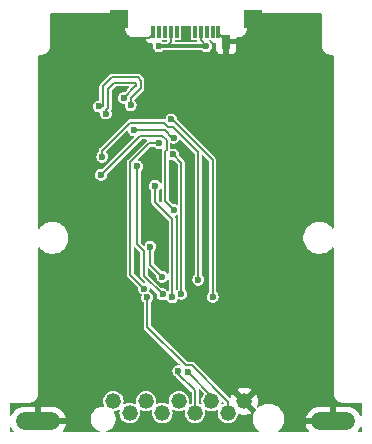
<source format=gbr>
%TF.GenerationSoftware,KiCad,Pcbnew,8.0.3*%
%TF.CreationDate,2024-07-15T16:50:19+10:00*%
%TF.ProjectId,DB9 Serial Expansion Card Rev2,44423920-5365-4726-9961-6c2045787061,rev?*%
%TF.SameCoordinates,Original*%
%TF.FileFunction,Copper,L2,Bot*%
%TF.FilePolarity,Positive*%
%FSLAX46Y46*%
G04 Gerber Fmt 4.6, Leading zero omitted, Abs format (unit mm)*
G04 Created by KiCad (PCBNEW 8.0.3) date 2024-07-15 16:50:19*
%MOMM*%
%LPD*%
G01*
G04 APERTURE LIST*
%TA.AperFunction,ComponentPad*%
%ADD10C,1.320800*%
%TD*%
%TA.AperFunction,ComponentPad*%
%ADD11O,3.750000X1.500000*%
%TD*%
%TA.AperFunction,SMDPad,CuDef*%
%ADD12R,0.300000X1.000000*%
%TD*%
%TA.AperFunction,SMDPad,CuDef*%
%ADD13R,0.700000X1.150000*%
%TD*%
%TA.AperFunction,SMDPad,CuDef*%
%ADD14R,1.500000X1.500000*%
%TD*%
%TA.AperFunction,ViaPad*%
%ADD15C,0.600000*%
%TD*%
%TA.AperFunction,Conductor*%
%ADD16C,0.127000*%
%TD*%
%TA.AperFunction,Conductor*%
%ADD17C,0.200000*%
%TD*%
%TA.AperFunction,Conductor*%
%ADD18C,0.300000*%
%TD*%
G04 APERTURE END LIST*
D10*
%TO.P,J1,1,1*%
%TO.N,DCD*%
X226490001Y-105542999D03*
%TO.P,J1,2,2*%
%TO.N,RXD*%
X229260000Y-105542999D03*
%TO.P,J1,3,3*%
%TO.N,TXD*%
X232030000Y-105542999D03*
%TO.P,J1,4,4*%
%TO.N,DTR*%
X234800000Y-105542999D03*
%TO.P,J1,5,5*%
%TO.N,Earth*%
X237569999Y-105542999D03*
%TO.P,J1,6,6*%
%TO.N,DSR*%
X227875002Y-106543000D03*
%TO.P,J1,7,7*%
%TO.N,RTS*%
X230645001Y-106543000D03*
%TO.P,J1,8,8*%
%TO.N,CTS*%
X233415001Y-106543000D03*
%TO.P,J1,9,9*%
%TO.N,RI*%
X236185001Y-106543000D03*
D11*
%TO.P,J1,10,5*%
%TO.N,Earth*%
X245125000Y-107243000D03*
%TO.P,J1,11,5*%
X220135000Y-107243000D03*
%TD*%
D12*
%TO.P,P1,B1,GND*%
%TO.N,Earth*%
X235390000Y-74250000D03*
%TO.P,P1,B2*%
%TO.N,N/C*%
X234890000Y-74250000D03*
%TO.P,P1,B3*%
X234390000Y-74250000D03*
%TO.P,P1,B4,VBUS*%
%TO.N,VCC*%
X233890000Y-74250000D03*
%TO.P,P1,B5,VCONN*%
%TO.N,unconnected-(P1-VCONN-PadB5)*%
X233390000Y-74250000D03*
%TO.P,P1,B8*%
%TO.N,N/C*%
X231890000Y-74250000D03*
%TO.P,P1,B9,VBUS*%
%TO.N,VCC*%
X231390000Y-74250000D03*
%TO.P,P1,B10*%
%TO.N,N/C*%
X230890000Y-74250000D03*
%TO.P,P1,B11*%
X230390000Y-74250000D03*
%TO.P,P1,B12,GND*%
%TO.N,Earth*%
X229890000Y-74250000D03*
D13*
%TO.P,P1,S1,SHIELD*%
X236060000Y-75090000D03*
%TD*%
D14*
%TO.P,TP4,1*%
%TO.N,Earth*%
X238340000Y-73210000D03*
%TD*%
%TO.P,TP2,1*%
%TO.N,Earth*%
X226940000Y-73210000D03*
%TD*%
D15*
%TO.N,Earth*%
X228092000Y-102362000D03*
X222758000Y-106172000D03*
X226822000Y-86360000D03*
%TO.N,VCC*%
X230632000Y-94996000D03*
X230330000Y-75480000D03*
X229616000Y-92456000D03*
X234375000Y-75485000D03*
%TO.N,/D+*%
X227960521Y-80470521D03*
X225263628Y-80584455D03*
%TO.N,/D-*%
X227359479Y-79869479D03*
X225864670Y-81185497D03*
%TO.N,SLEEP#*%
X233680000Y-95250000D03*
X225552000Y-84836000D03*
%TO.N,USB_~{DSR}*%
X228210000Y-82590000D03*
X231586025Y-83223976D03*
%TO.N,CTS*%
X232000000Y-102990000D03*
%TO.N,USB_~{CTS}*%
X234900000Y-96710000D03*
X231404738Y-81685000D03*
%TO.N,USB_~{DTR}*%
X230020000Y-87310000D03*
X231465009Y-96750824D03*
%TO.N,DTR*%
X232805380Y-103104620D03*
%TO.N,USB_~{RI}*%
X229060000Y-96000000D03*
X230362299Y-83720000D03*
%TO.N,USB_RXD*%
X232260000Y-96450000D03*
X231530799Y-84653676D03*
%TO.N,USB_~{RTS}*%
X230654998Y-96493171D03*
X228509197Y-85655000D03*
%TO.N,USB_TXD*%
X231610000Y-89340000D03*
X225450000Y-86380000D03*
%TO.N,RI*%
X229354998Y-96754485D03*
%TD*%
D16*
%TO.N,Earth*%
X226940000Y-73210000D02*
X226940000Y-74087000D01*
X236060000Y-75076909D02*
X235311545Y-74328454D01*
X226940000Y-74087000D02*
X227626500Y-74773500D01*
X236060000Y-75090000D02*
X236060000Y-75076909D01*
X229523409Y-74773500D02*
X229968455Y-74328454D01*
X227626500Y-74773500D02*
X229523409Y-74773500D01*
D17*
%TO.N,VCC*%
X231390000Y-75100000D02*
X231390000Y-74250000D01*
X234375000Y-75485000D02*
X233890000Y-75000000D01*
X230330000Y-75480000D02*
X231010000Y-75480000D01*
X233890000Y-75000000D02*
X233890000Y-74250000D01*
D18*
X230330000Y-75480000D02*
X234370000Y-75480000D01*
X234370000Y-75480000D02*
X234375000Y-75485000D01*
D17*
X229616000Y-93980000D02*
X229616000Y-92456000D01*
X230632000Y-94996000D02*
X229616000Y-93980000D01*
X231010000Y-75480000D02*
X231390000Y-75100000D01*
%TO.N,/D+*%
X228525355Y-79340000D02*
X228525357Y-79340000D01*
X228525357Y-79340000D02*
X228825000Y-79040357D01*
X225615000Y-78896800D02*
X225615000Y-80515926D01*
X227960521Y-80470521D02*
X227960521Y-79904834D01*
X226396800Y-78115000D02*
X225615000Y-78896800D01*
X228543200Y-78115000D02*
X226396800Y-78115000D01*
X228825000Y-78396800D02*
X228543200Y-78115000D01*
X225546471Y-80584455D02*
X225263628Y-80584455D01*
X225615000Y-80515926D02*
X225546471Y-80584455D01*
X227960521Y-79904834D02*
X228525355Y-79340000D01*
X228825000Y-79040357D02*
X228825000Y-78396800D01*
%TO.N,/D-*%
X225864670Y-80902654D02*
X225864670Y-81185497D01*
X228356800Y-78565000D02*
X226583200Y-78565000D01*
X226583200Y-78565000D02*
X226065000Y-79083200D01*
X228338958Y-78890000D02*
X228338958Y-78889999D01*
X228338958Y-78889999D02*
X228375000Y-78853957D01*
X228375000Y-78583200D02*
X228356800Y-78565000D01*
X226065000Y-80702324D02*
X225864670Y-80902654D01*
X226065000Y-79083200D02*
X226065000Y-80702324D01*
X228375000Y-78853957D02*
X228375000Y-78583200D01*
X227359479Y-79869479D02*
X228338958Y-78890000D01*
%TO.N,SLEEP#*%
X233680000Y-84465686D02*
X231549314Y-82335000D01*
X230790499Y-81990000D02*
X227890000Y-81990000D01*
X231549314Y-82335000D02*
X231135499Y-82335000D01*
X225552000Y-84328000D02*
X225552000Y-84836000D01*
X231135499Y-82335000D02*
X230790499Y-81990000D01*
X227890000Y-81990000D02*
X225552000Y-84328000D01*
X233680000Y-95250000D02*
X233680000Y-84465686D01*
%TO.N,USB_~{DSR}*%
X230824813Y-82590000D02*
X231458789Y-83223976D01*
X228210000Y-82590000D02*
X230824813Y-82590000D01*
X231458789Y-83223976D02*
X231586025Y-83223976D01*
%TO.N,CTS*%
X232000000Y-103218479D02*
X232000000Y-102990000D01*
X233415001Y-104633480D02*
X232000000Y-103218479D01*
X233415001Y-106543000D02*
X233415001Y-104633480D01*
%TO.N,USB_~{CTS}*%
X234900000Y-85120000D02*
X231465000Y-81685000D01*
X234900000Y-96710000D02*
X234900000Y-85120000D01*
X231465000Y-81685000D02*
X231404738Y-81685000D01*
%TO.N,USB_~{DTR}*%
X231465009Y-90114248D02*
X231465009Y-96750824D01*
X230020000Y-87310000D02*
X230020000Y-88669239D01*
X230020000Y-88669239D02*
X231465009Y-90114248D01*
%TO.N,DTR*%
X234800000Y-105099240D02*
X232805380Y-103104620D01*
X234800000Y-105542999D02*
X234800000Y-105099240D01*
%TO.N,USB_~{RI}*%
X229060000Y-96000000D02*
X227909197Y-94849197D01*
X227909197Y-85322333D02*
X229511530Y-83720000D01*
X227909197Y-94849197D02*
X227909197Y-85322333D01*
X229511530Y-83720000D02*
X230362299Y-83720000D01*
%TO.N,USB_RXD*%
X232260000Y-96450000D02*
X232260000Y-85382877D01*
X232260000Y-85382877D02*
X231530799Y-84653676D01*
%TO.N,USB_~{RTS}*%
X229085380Y-92844619D02*
X228509197Y-92268436D01*
X230654998Y-96493171D02*
X229085380Y-94923553D01*
X228509197Y-92268436D02*
X228509197Y-85655000D01*
X229085380Y-94923553D02*
X229085380Y-92844619D01*
%TO.N,USB_TXD*%
X230880799Y-88610799D02*
X231610000Y-89340000D01*
X225450000Y-86380000D02*
X228760000Y-83070000D01*
X231010499Y-83448961D02*
X231010499Y-84254737D01*
X230631538Y-83070000D02*
X231010499Y-83448961D01*
X231010499Y-84254737D02*
X230880799Y-84384437D01*
X230880799Y-84384437D02*
X230880799Y-88610799D01*
X228760000Y-83070000D02*
X230631538Y-83070000D01*
%TO.N,RI*%
X232634620Y-102504620D02*
X229354998Y-99224998D01*
X236185001Y-106543000D02*
X236185001Y-105569789D01*
X233119832Y-102504620D02*
X232634620Y-102504620D01*
X236185001Y-105569789D02*
X233119832Y-102504620D01*
X229354998Y-99224998D02*
X229354998Y-96754485D01*
%TD*%
%TA.AperFunction,Conductor*%
%TO.N,Earth*%
G36*
X227421194Y-72728806D02*
G01*
X227439500Y-72773000D01*
X227439500Y-73988842D01*
X227470262Y-74143495D01*
X227530606Y-74289180D01*
X227618210Y-74420288D01*
X227729711Y-74531789D01*
X227860819Y-74619393D01*
X227860820Y-74619393D01*
X227860821Y-74619394D01*
X228006503Y-74679737D01*
X228161158Y-74710500D01*
X229177500Y-74710500D01*
X229221694Y-74728806D01*
X229240000Y-74773000D01*
X229240000Y-74797835D01*
X229246402Y-74857377D01*
X229296647Y-74992091D01*
X229296649Y-74992094D01*
X229382808Y-75107186D01*
X229382813Y-75107191D01*
X229497905Y-75193350D01*
X229497908Y-75193352D01*
X229632622Y-75243597D01*
X229692164Y-75249999D01*
X229692178Y-75250000D01*
X229787563Y-75250000D01*
X229831757Y-75268306D01*
X229850063Y-75312500D01*
X229845579Y-75333104D01*
X229846094Y-75333256D01*
X229844834Y-75337544D01*
X229824353Y-75480000D01*
X229844834Y-75622455D01*
X229904623Y-75753372D01*
X229904623Y-75753374D01*
X229998871Y-75862142D01*
X229998872Y-75862143D01*
X230119947Y-75939953D01*
X230119949Y-75939953D01*
X230119950Y-75939954D01*
X230258036Y-75980499D01*
X230258038Y-75980500D01*
X230258039Y-75980500D01*
X230401962Y-75980500D01*
X230401962Y-75980499D01*
X230540053Y-75939953D01*
X230661128Y-75862143D01*
X230661129Y-75862142D01*
X230669857Y-75852070D01*
X230712633Y-75830659D01*
X230717090Y-75830500D01*
X233983578Y-75830500D01*
X234027772Y-75848806D01*
X234030812Y-75852071D01*
X234039540Y-75862144D01*
X234043872Y-75867143D01*
X234164947Y-75944953D01*
X234286010Y-75980500D01*
X234303036Y-75985499D01*
X234303038Y-75985500D01*
X234303039Y-75985500D01*
X234446962Y-75985500D01*
X234446962Y-75985499D01*
X234585053Y-75944953D01*
X234706128Y-75867143D01*
X234800377Y-75758373D01*
X234860165Y-75627457D01*
X234880647Y-75485000D01*
X234860165Y-75342543D01*
X234800377Y-75211627D01*
X234800376Y-75211625D01*
X234706126Y-75102855D01*
X234650333Y-75067000D01*
X234633693Y-75056306D01*
X234606411Y-75017014D01*
X234614904Y-74969939D01*
X234654197Y-74942656D01*
X234679676Y-74942429D01*
X234683097Y-74943109D01*
X234720252Y-74950500D01*
X234737741Y-74950500D01*
X234781935Y-74968806D01*
X234794409Y-74988216D01*
X234794504Y-74988165D01*
X234795229Y-74989493D01*
X234796301Y-74991161D01*
X234796646Y-74992087D01*
X234882813Y-75107191D01*
X234997905Y-75193350D01*
X234997908Y-75193352D01*
X235132622Y-75243597D01*
X235154180Y-75245915D01*
X235196164Y-75268839D01*
X235210000Y-75308057D01*
X235210000Y-75712835D01*
X235216402Y-75772377D01*
X235266647Y-75907091D01*
X235266649Y-75907094D01*
X235352808Y-76022186D01*
X235352813Y-76022191D01*
X235467905Y-76108350D01*
X235467908Y-76108352D01*
X235602622Y-76158597D01*
X235662164Y-76164999D01*
X235662178Y-76165000D01*
X235810000Y-76165000D01*
X236310000Y-76165000D01*
X236457822Y-76165000D01*
X236457835Y-76164999D01*
X236517377Y-76158597D01*
X236652091Y-76108352D01*
X236652094Y-76108350D01*
X236767186Y-76022191D01*
X236767191Y-76022186D01*
X236853350Y-75907094D01*
X236853352Y-75907091D01*
X236903597Y-75772377D01*
X236909999Y-75712835D01*
X236910000Y-75712822D01*
X236910000Y-75340000D01*
X236310000Y-75340000D01*
X236310000Y-76165000D01*
X235810000Y-76165000D01*
X235810000Y-74902500D01*
X235828306Y-74858306D01*
X235872500Y-74840000D01*
X236910000Y-74840000D01*
X236910000Y-74773000D01*
X236928306Y-74728806D01*
X236972500Y-74710500D01*
X237118842Y-74710500D01*
X237273497Y-74679737D01*
X237419179Y-74619394D01*
X237550289Y-74531789D01*
X237661789Y-74420289D01*
X237749394Y-74289179D01*
X237809737Y-74143497D01*
X237840500Y-73988842D01*
X237840500Y-73910000D01*
X237840500Y-73844108D01*
X237840500Y-72773000D01*
X237858806Y-72728806D01*
X237903000Y-72710500D01*
X244077000Y-72710500D01*
X244121194Y-72728806D01*
X244139500Y-72773000D01*
X244139500Y-75488842D01*
X244170262Y-75643495D01*
X244230606Y-75789180D01*
X244318210Y-75920288D01*
X244429711Y-76031789D01*
X244560819Y-76119393D01*
X244560820Y-76119393D01*
X244560821Y-76119394D01*
X244706503Y-76179737D01*
X244861158Y-76210500D01*
X244874108Y-76210500D01*
X245077000Y-76210500D01*
X245121194Y-76228806D01*
X245139500Y-76273000D01*
X245139500Y-90871007D01*
X245121194Y-90915201D01*
X245077000Y-90933507D01*
X245032806Y-90915201D01*
X245026441Y-90907750D01*
X244970104Y-90830208D01*
X244970099Y-90830203D01*
X244970097Y-90830200D01*
X244819794Y-90679897D01*
X244647817Y-90554949D01*
X244458418Y-90458446D01*
X244458410Y-90458442D01*
X244256241Y-90392753D01*
X244046300Y-90359501D01*
X244046288Y-90359500D01*
X244046287Y-90359500D01*
X243833713Y-90359500D01*
X243833711Y-90359500D01*
X243833699Y-90359501D01*
X243623759Y-90392753D01*
X243623758Y-90392753D01*
X243421589Y-90458442D01*
X243421581Y-90458446D01*
X243232182Y-90554949D01*
X243060205Y-90679897D01*
X242909897Y-90830205D01*
X242784949Y-91002182D01*
X242688446Y-91191581D01*
X242688442Y-91191589D01*
X242622753Y-91393758D01*
X242622753Y-91393759D01*
X242589501Y-91603699D01*
X242589500Y-91603715D01*
X242589500Y-91816284D01*
X242589501Y-91816300D01*
X242622753Y-92026240D01*
X242622753Y-92026241D01*
X242688442Y-92228410D01*
X242688446Y-92228418D01*
X242784949Y-92417817D01*
X242909897Y-92589794D01*
X243060205Y-92740102D01*
X243232182Y-92865050D01*
X243232184Y-92865051D01*
X243421588Y-92961557D01*
X243623757Y-93027246D01*
X243712244Y-93041261D01*
X243833699Y-93060498D01*
X243833705Y-93060498D01*
X243833713Y-93060500D01*
X243833715Y-93060500D01*
X244046285Y-93060500D01*
X244046287Y-93060500D01*
X244256243Y-93027246D01*
X244458412Y-92961557D01*
X244647816Y-92865051D01*
X244819792Y-92740104D01*
X244970104Y-92589792D01*
X245026437Y-92512255D01*
X245067222Y-92487262D01*
X245113736Y-92498428D01*
X245138730Y-92539214D01*
X245139500Y-92548992D01*
X245139500Y-104948842D01*
X245170262Y-105103495D01*
X245230606Y-105249180D01*
X245318210Y-105380288D01*
X245429711Y-105491789D01*
X245560819Y-105579393D01*
X245560820Y-105579393D01*
X245560821Y-105579394D01*
X245706503Y-105639737D01*
X245861158Y-105670500D01*
X245874108Y-105670500D01*
X247472000Y-105670500D01*
X247516194Y-105688806D01*
X247534500Y-105733000D01*
X247534500Y-106756592D01*
X247516194Y-106800786D01*
X247472000Y-106819092D01*
X247427806Y-106800786D01*
X247412559Y-106775906D01*
X247408420Y-106763168D01*
X247408416Y-106763160D01*
X247319094Y-106587854D01*
X247203446Y-106428680D01*
X247203439Y-106428672D01*
X247064327Y-106289560D01*
X247064319Y-106289553D01*
X246905145Y-106173905D01*
X246729839Y-106084583D01*
X246729831Y-106084579D01*
X246542707Y-106023778D01*
X246348390Y-105993001D01*
X246348375Y-105993000D01*
X245375000Y-105993000D01*
X245375000Y-106743000D01*
X244875000Y-106743000D01*
X244875000Y-105993000D01*
X243901625Y-105993000D01*
X243901609Y-105993001D01*
X243707293Y-106023778D01*
X243707292Y-106023778D01*
X243520168Y-106084579D01*
X243520160Y-106084583D01*
X243344854Y-106173905D01*
X243185680Y-106289553D01*
X243185672Y-106289560D01*
X243046560Y-106428672D01*
X243046553Y-106428680D01*
X242930905Y-106587854D01*
X242841583Y-106763160D01*
X242841579Y-106763168D01*
X242780780Y-106950287D01*
X242780778Y-106950296D01*
X242774014Y-106992999D01*
X242774015Y-106993000D01*
X243566988Y-106993000D01*
X243534075Y-107050007D01*
X243500000Y-107177174D01*
X243500000Y-107308826D01*
X243534075Y-107435993D01*
X243566988Y-107493000D01*
X242774014Y-107493000D01*
X242780778Y-107535703D01*
X242780780Y-107535712D01*
X242841579Y-107722831D01*
X242841583Y-107722839D01*
X242930905Y-107898145D01*
X243046553Y-108057319D01*
X243046560Y-108057327D01*
X243052071Y-108062838D01*
X243070377Y-108107032D01*
X243052071Y-108151226D01*
X243007877Y-108169532D01*
X240491327Y-108169532D01*
X240447133Y-108151226D01*
X240428827Y-108107032D01*
X240447133Y-108062838D01*
X240454590Y-108056469D01*
X240464471Y-108049290D01*
X240479882Y-108038093D01*
X240625085Y-107892890D01*
X240745786Y-107726759D01*
X240839012Y-107543793D01*
X240902468Y-107348495D01*
X240934592Y-107145674D01*
X240934592Y-106940326D01*
X240902468Y-106737505D01*
X240839012Y-106542207D01*
X240745786Y-106359241D01*
X240625085Y-106193110D01*
X240625080Y-106193105D01*
X240625078Y-106193102D01*
X240479889Y-106047913D01*
X240479885Y-106047910D01*
X240479882Y-106047907D01*
X240313751Y-105927206D01*
X240302953Y-105921704D01*
X240130786Y-105833980D01*
X240130783Y-105833979D01*
X239935485Y-105770523D01*
X239732679Y-105738401D01*
X239732667Y-105738400D01*
X239732666Y-105738400D01*
X239527318Y-105738400D01*
X239527316Y-105738400D01*
X239527304Y-105738401D01*
X239324499Y-105770523D01*
X239324498Y-105770523D01*
X239129200Y-105833979D01*
X239129197Y-105833980D01*
X238946232Y-105927206D01*
X238868025Y-105984027D01*
X238780102Y-106047907D01*
X238780100Y-106047908D01*
X238780097Y-106047911D01*
X238721947Y-106106061D01*
X238677752Y-106124366D01*
X238633558Y-106106060D01*
X238615253Y-106061865D01*
X238621805Y-106034007D01*
X238656674Y-105963980D01*
X238715526Y-105757139D01*
X238715528Y-105757127D01*
X238735370Y-105543003D01*
X238735370Y-105542994D01*
X238715528Y-105328870D01*
X238715526Y-105328858D01*
X238656674Y-105122017D01*
X238560816Y-104929509D01*
X238560812Y-104929503D01*
X238550587Y-104915963D01*
X237976399Y-105490151D01*
X237976399Y-105489495D01*
X237948704Y-105386134D01*
X237895200Y-105293463D01*
X237819535Y-105217798D01*
X237726864Y-105164294D01*
X237623503Y-105136599D01*
X237622844Y-105136599D01*
X238194560Y-104564883D01*
X238089450Y-104499802D01*
X237888912Y-104422113D01*
X237677530Y-104382599D01*
X237462467Y-104382599D01*
X237251085Y-104422113D01*
X237050547Y-104499802D01*
X236945436Y-104564883D01*
X237517152Y-105136599D01*
X237516495Y-105136599D01*
X237413134Y-105164294D01*
X237320463Y-105217798D01*
X237244798Y-105293463D01*
X237191294Y-105386134D01*
X237163599Y-105489495D01*
X237163599Y-105490151D01*
X236589410Y-104915962D01*
X236589409Y-104915963D01*
X236579182Y-104929506D01*
X236483323Y-105122017D01*
X236441298Y-105269717D01*
X236411596Y-105307215D01*
X236364080Y-105312727D01*
X236336990Y-105296807D01*
X233304348Y-102264164D01*
X233304344Y-102264161D01*
X233304343Y-102264160D01*
X233235821Y-102224599D01*
X233235820Y-102224598D01*
X233235819Y-102224598D01*
X233159399Y-102204120D01*
X233159394Y-102204120D01*
X232784979Y-102204120D01*
X232740785Y-102185814D01*
X229673804Y-99118833D01*
X229655498Y-99074639D01*
X229655498Y-97190439D01*
X229673804Y-97146245D01*
X229684208Y-97137861D01*
X229686124Y-97136629D01*
X229686123Y-97136629D01*
X229686126Y-97136628D01*
X229780375Y-97027858D01*
X229840163Y-96896942D01*
X229860645Y-96754485D01*
X229840163Y-96612028D01*
X229780375Y-96481112D01*
X229780374Y-96481110D01*
X229686124Y-96372339D01*
X229565055Y-96294534D01*
X229565044Y-96294529D01*
X229555482Y-96291721D01*
X229518236Y-96261704D01*
X229513126Y-96214143D01*
X229516241Y-96205790D01*
X229545165Y-96142457D01*
X229565647Y-96000000D01*
X229563621Y-95985910D01*
X229575451Y-95939563D01*
X229616590Y-95915153D01*
X229662939Y-95926983D01*
X229669679Y-95932823D01*
X230137369Y-96400513D01*
X230155675Y-96444707D01*
X230155039Y-96453600D01*
X230149351Y-96493169D01*
X230149351Y-96493170D01*
X230169832Y-96635626D01*
X230169833Y-96635628D01*
X230209905Y-96723373D01*
X230229621Y-96766543D01*
X230229621Y-96766545D01*
X230304064Y-96852457D01*
X230323870Y-96875314D01*
X230444945Y-96953124D01*
X230547961Y-96983372D01*
X230583034Y-96993670D01*
X230583036Y-96993671D01*
X230583037Y-96993671D01*
X230726960Y-96993671D01*
X230726960Y-96993670D01*
X230865051Y-96953124D01*
X230914248Y-96921506D01*
X230961321Y-96913013D01*
X231000615Y-96940294D01*
X231004889Y-96948121D01*
X231039631Y-97024196D01*
X231039632Y-97024198D01*
X231098506Y-97092142D01*
X231133881Y-97132967D01*
X231254956Y-97210777D01*
X231254958Y-97210777D01*
X231254959Y-97210778D01*
X231393045Y-97251323D01*
X231393047Y-97251324D01*
X231393048Y-97251324D01*
X231536971Y-97251324D01*
X231536971Y-97251323D01*
X231675062Y-97210777D01*
X231796137Y-97132967D01*
X231890386Y-97024197D01*
X231936963Y-96922207D01*
X231971972Y-96889613D01*
X232019777Y-96891320D01*
X232027602Y-96895593D01*
X232049947Y-96909953D01*
X232179937Y-96948121D01*
X232188036Y-96950499D01*
X232188038Y-96950500D01*
X232188039Y-96950500D01*
X232331962Y-96950500D01*
X232331962Y-96950499D01*
X232470053Y-96909953D01*
X232591128Y-96832143D01*
X232685377Y-96723373D01*
X232745165Y-96592457D01*
X232765647Y-96450000D01*
X232745165Y-96307543D01*
X232685377Y-96176627D01*
X232685376Y-96176625D01*
X232591128Y-96067857D01*
X232591127Y-96067856D01*
X232589208Y-96066623D01*
X232588459Y-96065544D01*
X232587751Y-96064931D01*
X232587907Y-96064750D01*
X232561928Y-96027329D01*
X232560500Y-96014046D01*
X232560500Y-85343315D01*
X232560499Y-85343309D01*
X232540951Y-85270359D01*
X232540021Y-85266888D01*
X232500460Y-85198366D01*
X232444511Y-85142417D01*
X232048426Y-84746332D01*
X232030120Y-84702138D01*
X232030755Y-84693253D01*
X232036446Y-84653676D01*
X232015964Y-84511219D01*
X231956176Y-84380303D01*
X231956175Y-84380301D01*
X231861927Y-84271533D01*
X231857127Y-84268448D01*
X231740852Y-84193723D01*
X231740850Y-84193722D01*
X231740848Y-84193721D01*
X231602762Y-84153176D01*
X231602760Y-84153176D01*
X231458838Y-84153176D01*
X231429560Y-84161772D01*
X231391107Y-84173063D01*
X231343545Y-84167949D01*
X231313530Y-84130702D01*
X231310999Y-84113094D01*
X231310999Y-83748341D01*
X231329305Y-83704147D01*
X231373499Y-83685841D01*
X231391107Y-83688373D01*
X231514061Y-83724475D01*
X231514063Y-83724476D01*
X231514064Y-83724476D01*
X231657987Y-83724476D01*
X231657987Y-83724475D01*
X231796078Y-83683929D01*
X231917153Y-83606119D01*
X232011402Y-83497349D01*
X232060314Y-83390246D01*
X232095325Y-83357652D01*
X232143130Y-83359359D01*
X232161360Y-83372017D01*
X233361194Y-84571851D01*
X233379500Y-84616045D01*
X233379500Y-94814046D01*
X233361194Y-94858240D01*
X233350792Y-94866623D01*
X233348872Y-94867856D01*
X233348871Y-94867857D01*
X233254623Y-94976625D01*
X233254623Y-94976627D01*
X233194834Y-95107544D01*
X233174353Y-95250000D01*
X233194834Y-95392455D01*
X233194835Y-95392457D01*
X233243720Y-95499500D01*
X233254623Y-95523372D01*
X233254623Y-95523374D01*
X233279745Y-95552366D01*
X233348872Y-95632143D01*
X233469947Y-95709953D01*
X233469949Y-95709953D01*
X233469950Y-95709954D01*
X233608036Y-95750499D01*
X233608038Y-95750500D01*
X233608039Y-95750500D01*
X233751962Y-95750500D01*
X233751962Y-95750499D01*
X233890053Y-95709953D01*
X234011128Y-95632143D01*
X234105377Y-95523373D01*
X234165165Y-95392457D01*
X234185647Y-95250000D01*
X234165165Y-95107543D01*
X234105377Y-94976627D01*
X234105376Y-94976625D01*
X234011128Y-94867857D01*
X234011127Y-94867856D01*
X234009208Y-94866623D01*
X234008459Y-94865544D01*
X234007751Y-94864931D01*
X234007907Y-94864750D01*
X233981928Y-94827329D01*
X233980500Y-94814046D01*
X233980500Y-84776359D01*
X233998806Y-84732165D01*
X234043000Y-84713859D01*
X234087194Y-84732165D01*
X234581194Y-85226165D01*
X234599500Y-85270359D01*
X234599500Y-96274046D01*
X234581194Y-96318240D01*
X234570792Y-96326623D01*
X234568872Y-96327856D01*
X234568871Y-96327857D01*
X234474623Y-96436625D01*
X234474623Y-96436627D01*
X234414834Y-96567544D01*
X234394353Y-96710000D01*
X234414834Y-96852455D01*
X234414835Y-96852457D01*
X234459610Y-96950500D01*
X234474623Y-96983372D01*
X234474623Y-96983374D01*
X234568871Y-97092142D01*
X234568872Y-97092143D01*
X234689947Y-97169953D01*
X234689949Y-97169953D01*
X234689950Y-97169954D01*
X234828036Y-97210499D01*
X234828038Y-97210500D01*
X234828039Y-97210500D01*
X234971962Y-97210500D01*
X234971962Y-97210499D01*
X235110053Y-97169953D01*
X235231128Y-97092143D01*
X235325377Y-96983373D01*
X235385165Y-96852457D01*
X235405647Y-96710000D01*
X235385165Y-96567543D01*
X235325377Y-96436627D01*
X235325376Y-96436625D01*
X235231128Y-96327857D01*
X235231127Y-96327856D01*
X235229208Y-96326623D01*
X235228459Y-96325544D01*
X235227751Y-96324931D01*
X235227907Y-96324750D01*
X235201928Y-96287329D01*
X235200500Y-96274046D01*
X235200500Y-85080439D01*
X235200499Y-85080433D01*
X235189483Y-85039323D01*
X235189483Y-85039322D01*
X235180022Y-85004012D01*
X235140460Y-84935489D01*
X235140458Y-84935487D01*
X235140455Y-84935483D01*
X231928522Y-81723551D01*
X231910852Y-81688251D01*
X231904698Y-81645451D01*
X231889903Y-81542543D01*
X231830115Y-81411627D01*
X231830114Y-81411625D01*
X231735866Y-81302857D01*
X231614791Y-81225047D01*
X231614789Y-81225046D01*
X231614787Y-81225045D01*
X231476701Y-81184500D01*
X231476699Y-81184500D01*
X231332777Y-81184500D01*
X231332775Y-81184500D01*
X231194688Y-81225045D01*
X231073609Y-81302857D01*
X230979361Y-81411625D01*
X230979361Y-81411627D01*
X230919572Y-81542544D01*
X230905928Y-81637442D01*
X230881519Y-81678581D01*
X230835169Y-81690411D01*
X230831921Y-81689745D01*
X230830062Y-81689500D01*
X230830061Y-81689500D01*
X227850438Y-81689500D01*
X227850432Y-81689500D01*
X227774013Y-81709978D01*
X227774011Y-81709978D01*
X227705487Y-81749541D01*
X227705483Y-81749544D01*
X225848911Y-83606118D01*
X225367489Y-84087540D01*
X225352886Y-84102143D01*
X225311541Y-84143487D01*
X225271978Y-84212011D01*
X225271978Y-84212013D01*
X225251500Y-84288432D01*
X225251500Y-84400046D01*
X225233194Y-84444240D01*
X225222792Y-84452623D01*
X225220872Y-84453856D01*
X225220871Y-84453857D01*
X225126623Y-84562625D01*
X225126623Y-84562627D01*
X225066834Y-84693544D01*
X225046353Y-84836000D01*
X225066834Y-84978455D01*
X225066835Y-84978457D01*
X225119729Y-85094278D01*
X225126623Y-85109372D01*
X225126623Y-85109374D01*
X225203735Y-85198366D01*
X225220872Y-85218143D01*
X225341947Y-85295953D01*
X225341949Y-85295953D01*
X225341950Y-85295954D01*
X225480036Y-85336499D01*
X225480038Y-85336500D01*
X225480039Y-85336500D01*
X225623962Y-85336500D01*
X225623962Y-85336499D01*
X225762053Y-85295953D01*
X225883128Y-85218143D01*
X225977377Y-85109373D01*
X226037165Y-84978457D01*
X226057647Y-84836000D01*
X226037165Y-84693543D01*
X225977377Y-84562627D01*
X225977376Y-84562625D01*
X225906371Y-84480681D01*
X225891264Y-84435293D01*
X225909410Y-84395559D01*
X227617399Y-82687570D01*
X227661592Y-82669265D01*
X227705786Y-82687571D01*
X227723456Y-82722868D01*
X227724835Y-82732457D01*
X227784622Y-82863372D01*
X227784623Y-82863374D01*
X227878871Y-82972142D01*
X227878872Y-82972143D01*
X227999947Y-83049953D01*
X227999949Y-83049953D01*
X227999950Y-83049954D01*
X228138036Y-83090499D01*
X228138038Y-83090500D01*
X228163640Y-83090500D01*
X228207834Y-83108806D01*
X228226140Y-83153000D01*
X228207834Y-83197194D01*
X225543834Y-85861194D01*
X225499640Y-85879500D01*
X225378037Y-85879500D01*
X225239950Y-85920045D01*
X225118871Y-85997857D01*
X225024623Y-86106625D01*
X225024623Y-86106627D01*
X224964834Y-86237544D01*
X224944353Y-86380000D01*
X224964834Y-86522455D01*
X225024623Y-86653372D01*
X225024623Y-86653374D01*
X225118871Y-86762142D01*
X225118872Y-86762143D01*
X225239947Y-86839953D01*
X225239949Y-86839953D01*
X225239950Y-86839954D01*
X225378036Y-86880499D01*
X225378038Y-86880500D01*
X225378039Y-86880500D01*
X225521962Y-86880500D01*
X225521962Y-86880499D01*
X225660053Y-86839953D01*
X225781128Y-86762143D01*
X225875377Y-86653373D01*
X225935165Y-86522457D01*
X225955647Y-86380000D01*
X225949957Y-86340430D01*
X225961787Y-86294082D01*
X225967620Y-86287349D01*
X228866165Y-83388806D01*
X228910359Y-83370500D01*
X229285171Y-83370500D01*
X229329365Y-83388806D01*
X229347671Y-83433000D01*
X229329365Y-83477194D01*
X229327019Y-83479540D01*
X227724686Y-85081873D01*
X227697187Y-85109372D01*
X227668738Y-85137820D01*
X227629175Y-85206344D01*
X227629175Y-85206346D01*
X227608697Y-85282765D01*
X227608697Y-94888764D01*
X227629175Y-94965183D01*
X227629175Y-94965185D01*
X227668738Y-95033709D01*
X227668741Y-95033713D01*
X228542371Y-95907342D01*
X228560677Y-95951536D01*
X228560041Y-95960429D01*
X228555290Y-95993480D01*
X228554353Y-96000000D01*
X228557792Y-96023920D01*
X228574834Y-96142455D01*
X228634623Y-96273372D01*
X228634623Y-96273374D01*
X228720377Y-96372339D01*
X228728872Y-96382143D01*
X228849947Y-96459953D01*
X228859510Y-96462760D01*
X228896757Y-96492773D01*
X228901873Y-96540334D01*
X228898756Y-96548691D01*
X228869834Y-96612023D01*
X228869832Y-96612029D01*
X228849351Y-96754485D01*
X228869832Y-96896940D01*
X228869833Y-96896942D01*
X228927949Y-97024197D01*
X228929621Y-97027857D01*
X228929621Y-97027859D01*
X229023870Y-97136628D01*
X229023871Y-97136629D01*
X229025788Y-97137861D01*
X229026535Y-97138938D01*
X229027249Y-97139556D01*
X229027091Y-97139738D01*
X229053070Y-97177153D01*
X229054498Y-97190439D01*
X229054498Y-99264565D01*
X229074976Y-99340984D01*
X229074976Y-99340986D01*
X229114539Y-99409510D01*
X229114542Y-99409514D01*
X232087835Y-102382806D01*
X232106141Y-102427000D01*
X232087835Y-102471194D01*
X232043641Y-102489500D01*
X231928037Y-102489500D01*
X231789950Y-102530045D01*
X231668871Y-102607857D01*
X231574623Y-102716625D01*
X231574623Y-102716627D01*
X231514834Y-102847544D01*
X231494353Y-102990000D01*
X231514834Y-103132455D01*
X231574623Y-103263372D01*
X231574623Y-103263374D01*
X231668871Y-103372142D01*
X231668872Y-103372143D01*
X231789947Y-103449953D01*
X231798078Y-103452340D01*
X231824664Y-103468114D01*
X233096195Y-104739645D01*
X233114501Y-104783839D01*
X233114501Y-105693830D01*
X233096195Y-105738024D01*
X233077423Y-105750926D01*
X232982178Y-105793333D01*
X232982172Y-105793336D01*
X232969830Y-105802303D01*
X232923316Y-105813468D01*
X232882531Y-105788472D01*
X232871366Y-105741958D01*
X232873651Y-105732436D01*
X232876726Y-105722976D01*
X232895642Y-105542999D01*
X232876726Y-105363022D01*
X232820803Y-105190911D01*
X232730319Y-105034187D01*
X232609228Y-104899702D01*
X232609228Y-104899701D01*
X232462826Y-104793334D01*
X232462823Y-104793332D01*
X232462821Y-104793331D01*
X232342239Y-104739645D01*
X232297501Y-104719726D01*
X232297498Y-104719725D01*
X232297496Y-104719724D01*
X232297494Y-104719724D01*
X232120484Y-104682099D01*
X231939516Y-104682099D01*
X231762505Y-104719724D01*
X231762498Y-104719726D01*
X231676644Y-104757951D01*
X231597179Y-104793331D01*
X231597177Y-104793331D01*
X231597173Y-104793334D01*
X231450771Y-104899701D01*
X231450771Y-104899702D01*
X231329680Y-105034188D01*
X231289666Y-105103495D01*
X231240044Y-105189445D01*
X231239195Y-105190915D01*
X231183274Y-105363019D01*
X231183274Y-105363022D01*
X231164358Y-105542999D01*
X231182932Y-105719726D01*
X231183275Y-105722981D01*
X231186343Y-105732424D01*
X231182589Y-105780112D01*
X231146214Y-105811177D01*
X231098526Y-105807423D01*
X231090166Y-105802300D01*
X231077826Y-105793334D01*
X231076031Y-105792535D01*
X230982576Y-105750926D01*
X230912502Y-105719727D01*
X230912499Y-105719726D01*
X230912497Y-105719725D01*
X230912495Y-105719725D01*
X230735485Y-105682100D01*
X230554517Y-105682100D01*
X230377506Y-105719725D01*
X230377499Y-105719727D01*
X230212173Y-105793335D01*
X230212172Y-105793336D01*
X230199830Y-105802303D01*
X230153316Y-105813468D01*
X230112531Y-105788472D01*
X230101366Y-105741958D01*
X230103651Y-105732436D01*
X230106726Y-105722976D01*
X230125642Y-105542999D01*
X230106726Y-105363022D01*
X230050803Y-105190911D01*
X229960319Y-105034187D01*
X229839228Y-104899702D01*
X229839228Y-104899701D01*
X229692826Y-104793334D01*
X229692823Y-104793332D01*
X229692821Y-104793331D01*
X229572239Y-104739645D01*
X229527501Y-104719726D01*
X229527498Y-104719725D01*
X229527496Y-104719724D01*
X229527494Y-104719724D01*
X229350484Y-104682099D01*
X229169516Y-104682099D01*
X228992505Y-104719724D01*
X228992498Y-104719726D01*
X228906644Y-104757951D01*
X228827179Y-104793331D01*
X228827177Y-104793331D01*
X228827173Y-104793334D01*
X228680771Y-104899701D01*
X228680771Y-104899702D01*
X228559680Y-105034188D01*
X228519666Y-105103495D01*
X228470044Y-105189445D01*
X228469195Y-105190915D01*
X228413274Y-105363019D01*
X228394358Y-105542999D01*
X228413274Y-105722978D01*
X228416343Y-105732421D01*
X228412590Y-105780109D01*
X228376216Y-105811176D01*
X228328528Y-105807423D01*
X228320166Y-105802299D01*
X228307827Y-105793334D01*
X228306032Y-105792535D01*
X228212577Y-105750926D01*
X228142503Y-105719727D01*
X228142500Y-105719726D01*
X228142498Y-105719725D01*
X228142496Y-105719725D01*
X227965486Y-105682100D01*
X227784518Y-105682100D01*
X227607507Y-105719725D01*
X227607500Y-105719727D01*
X227442174Y-105793335D01*
X227442173Y-105793336D01*
X227429831Y-105802303D01*
X227383317Y-105813468D01*
X227342532Y-105788472D01*
X227331367Y-105741958D01*
X227333652Y-105732436D01*
X227336727Y-105722976D01*
X227355643Y-105542999D01*
X227336727Y-105363022D01*
X227280804Y-105190911D01*
X227190320Y-105034187D01*
X227069229Y-104899702D01*
X227069229Y-104899701D01*
X226922827Y-104793334D01*
X226922824Y-104793332D01*
X226922822Y-104793331D01*
X226802240Y-104739645D01*
X226757502Y-104719726D01*
X226757499Y-104719725D01*
X226757497Y-104719724D01*
X226757495Y-104719724D01*
X226580485Y-104682099D01*
X226399517Y-104682099D01*
X226222506Y-104719724D01*
X226222499Y-104719726D01*
X226136645Y-104757951D01*
X226057180Y-104793331D01*
X226057178Y-104793331D01*
X226057174Y-104793334D01*
X225910772Y-104899701D01*
X225910772Y-104899702D01*
X225789681Y-105034188D01*
X225749667Y-105103495D01*
X225700045Y-105189445D01*
X225699196Y-105190915D01*
X225643275Y-105363019D01*
X225624359Y-105542999D01*
X225643275Y-105722978D01*
X225699196Y-105895082D01*
X225699198Y-105895087D01*
X225701256Y-105898652D01*
X225707499Y-105946076D01*
X225678379Y-105984027D01*
X225647129Y-105992400D01*
X225526517Y-105992400D01*
X225323544Y-106032773D01*
X225132348Y-106111969D01*
X225132344Y-106111972D01*
X224960274Y-106226945D01*
X224813937Y-106373282D01*
X224698964Y-106545352D01*
X224698961Y-106545356D01*
X224619765Y-106736552D01*
X224579392Y-106939524D01*
X224579392Y-107146475D01*
X224619765Y-107349447D01*
X224698961Y-107540643D01*
X224698962Y-107540645D01*
X224698963Y-107540646D01*
X224705218Y-107550007D01*
X224812184Y-107710094D01*
X224813938Y-107712718D01*
X224960274Y-107859054D01*
X225132346Y-107974029D01*
X225132347Y-107974029D01*
X225132348Y-107974030D01*
X225314041Y-108049290D01*
X225347866Y-108083114D01*
X225347865Y-108130950D01*
X225314041Y-108164775D01*
X225290123Y-108169532D01*
X222252123Y-108169532D01*
X222207929Y-108151226D01*
X222189623Y-108107032D01*
X222207929Y-108062838D01*
X222213439Y-108057327D01*
X222213446Y-108057319D01*
X222329094Y-107898145D01*
X222418416Y-107722839D01*
X222418420Y-107722831D01*
X222479219Y-107535712D01*
X222479221Y-107535703D01*
X222485985Y-107493000D01*
X221693012Y-107493000D01*
X221725925Y-107435993D01*
X221760000Y-107308826D01*
X221760000Y-107177174D01*
X221725925Y-107050007D01*
X221693012Y-106993000D01*
X222485985Y-106993000D01*
X222485985Y-106992999D01*
X222479221Y-106950296D01*
X222479219Y-106950287D01*
X222418420Y-106763168D01*
X222418416Y-106763160D01*
X222329094Y-106587854D01*
X222213446Y-106428680D01*
X222213439Y-106428672D01*
X222074327Y-106289560D01*
X222074319Y-106289553D01*
X221915145Y-106173905D01*
X221739839Y-106084583D01*
X221739831Y-106084579D01*
X221552707Y-106023778D01*
X221358390Y-105993001D01*
X221358375Y-105993000D01*
X220385000Y-105993000D01*
X220385000Y-106743000D01*
X219885000Y-106743000D01*
X219885000Y-105993000D01*
X218911625Y-105993000D01*
X218911609Y-105993001D01*
X218717293Y-106023778D01*
X218717292Y-106023778D01*
X218530168Y-106084579D01*
X218530160Y-106084583D01*
X218354854Y-106173905D01*
X218195680Y-106289553D01*
X218195672Y-106289560D01*
X218056560Y-106428672D01*
X218056553Y-106428680D01*
X217940905Y-106587854D01*
X217863688Y-106739403D01*
X217827314Y-106770470D01*
X217779626Y-106766717D01*
X217748559Y-106730343D01*
X217745500Y-106711029D01*
X217745500Y-105733000D01*
X217763806Y-105688806D01*
X217808000Y-105670500D01*
X219418842Y-105670500D01*
X219573497Y-105639737D01*
X219719179Y-105579394D01*
X219850289Y-105491789D01*
X219961789Y-105380289D01*
X220049394Y-105249179D01*
X220109737Y-105103497D01*
X220140500Y-104948842D01*
X220140500Y-104870000D01*
X220140500Y-104804108D01*
X220140500Y-92548992D01*
X220158806Y-92504798D01*
X220203000Y-92486492D01*
X220247194Y-92504798D01*
X220253558Y-92512249D01*
X220309896Y-92589792D01*
X220309898Y-92589794D01*
X220309902Y-92589799D01*
X220460205Y-92740102D01*
X220632182Y-92865050D01*
X220632184Y-92865051D01*
X220821588Y-92961557D01*
X221023757Y-93027246D01*
X221112244Y-93041261D01*
X221233699Y-93060498D01*
X221233705Y-93060498D01*
X221233713Y-93060500D01*
X221233715Y-93060500D01*
X221446285Y-93060500D01*
X221446287Y-93060500D01*
X221656243Y-93027246D01*
X221858412Y-92961557D01*
X222047816Y-92865051D01*
X222219792Y-92740104D01*
X222370104Y-92589792D01*
X222495051Y-92417816D01*
X222591557Y-92228412D01*
X222657246Y-92026243D01*
X222690500Y-91816287D01*
X222690500Y-91603713D01*
X222657246Y-91393757D01*
X222591557Y-91191588D01*
X222495051Y-91002184D01*
X222406849Y-90880784D01*
X222370102Y-90830205D01*
X222219794Y-90679897D01*
X222047817Y-90554949D01*
X221858418Y-90458446D01*
X221858410Y-90458442D01*
X221656241Y-90392753D01*
X221446300Y-90359501D01*
X221446288Y-90359500D01*
X221446287Y-90359500D01*
X221233713Y-90359500D01*
X221233711Y-90359500D01*
X221233699Y-90359501D01*
X221023759Y-90392753D01*
X221023758Y-90392753D01*
X220821589Y-90458442D01*
X220821581Y-90458446D01*
X220632182Y-90554949D01*
X220460205Y-90679897D01*
X220309902Y-90830200D01*
X220309896Y-90830207D01*
X220309896Y-90830208D01*
X220253562Y-90907744D01*
X220212777Y-90932738D01*
X220166263Y-90921571D01*
X220141269Y-90880784D01*
X220140500Y-90871007D01*
X220140500Y-80584455D01*
X224757981Y-80584455D01*
X224778462Y-80726910D01*
X224786219Y-80743895D01*
X224837492Y-80856167D01*
X224838251Y-80857827D01*
X224838251Y-80857829D01*
X224932499Y-80966597D01*
X224932500Y-80966598D01*
X225053575Y-81044408D01*
X225053577Y-81044408D01*
X225053578Y-81044409D01*
X225191664Y-81084954D01*
X225191666Y-81084955D01*
X225301350Y-81084955D01*
X225345544Y-81103261D01*
X225363850Y-81147455D01*
X225363214Y-81156342D01*
X225359166Y-81184500D01*
X225359023Y-81185497D01*
X225379504Y-81327952D01*
X225439293Y-81458869D01*
X225439293Y-81458871D01*
X225511795Y-81542543D01*
X225533542Y-81567640D01*
X225654617Y-81645450D01*
X225789313Y-81685000D01*
X225792706Y-81685996D01*
X225792708Y-81685997D01*
X225792709Y-81685997D01*
X225936632Y-81685997D01*
X225936632Y-81685996D01*
X226074723Y-81645450D01*
X226195798Y-81567640D01*
X226290047Y-81458870D01*
X226349835Y-81327954D01*
X226370317Y-81185497D01*
X226349835Y-81043040D01*
X226303789Y-80942216D01*
X226302082Y-80894414D01*
X226306513Y-80885009D01*
X226323166Y-80856167D01*
X226345021Y-80818313D01*
X226364962Y-80743894D01*
X226365499Y-80741891D01*
X226365500Y-80741885D01*
X226365500Y-79233559D01*
X226383806Y-79189365D01*
X226689365Y-78883806D01*
X226733559Y-78865500D01*
X227787599Y-78865500D01*
X227831793Y-78883806D01*
X227850099Y-78928000D01*
X227831793Y-78972193D01*
X227614621Y-79189365D01*
X227453313Y-79350673D01*
X227409119Y-79368979D01*
X227287516Y-79368979D01*
X227149429Y-79409524D01*
X227028350Y-79487336D01*
X226934102Y-79596104D01*
X226934102Y-79596106D01*
X226874313Y-79727023D01*
X226853832Y-79869479D01*
X226874313Y-80011934D01*
X226874314Y-80011936D01*
X226909224Y-80088378D01*
X226934102Y-80142851D01*
X226934102Y-80142853D01*
X226981149Y-80197148D01*
X227028351Y-80251622D01*
X227149426Y-80329432D01*
X227149428Y-80329432D01*
X227149429Y-80329433D01*
X227287515Y-80369978D01*
X227287517Y-80369979D01*
X227397201Y-80369979D01*
X227441395Y-80388285D01*
X227459701Y-80432479D01*
X227459065Y-80441366D01*
X227458975Y-80441998D01*
X227454874Y-80470521D01*
X227475355Y-80612976D01*
X227475356Y-80612978D01*
X227534229Y-80741891D01*
X227535144Y-80743893D01*
X227535144Y-80743895D01*
X227599625Y-80818310D01*
X227629393Y-80852664D01*
X227750468Y-80930474D01*
X227873496Y-80966598D01*
X227888557Y-80971020D01*
X227888559Y-80971021D01*
X227888560Y-80971021D01*
X228032483Y-80971021D01*
X228032483Y-80971020D01*
X228170574Y-80930474D01*
X228291649Y-80852664D01*
X228385898Y-80743894D01*
X228445686Y-80612978D01*
X228466168Y-80470521D01*
X228445686Y-80328064D01*
X228385898Y-80197148D01*
X228385897Y-80197146D01*
X228288722Y-80085000D01*
X228290640Y-80083337D01*
X228272911Y-80047921D01*
X228288017Y-80002533D01*
X228291045Y-79999280D01*
X228705375Y-79584949D01*
X228705386Y-79584941D01*
X228709866Y-79580460D01*
X228709868Y-79580460D01*
X228765817Y-79524511D01*
X229065460Y-79224868D01*
X229085303Y-79190499D01*
X229105021Y-79156346D01*
X229125500Y-79079919D01*
X229125500Y-78357238D01*
X229125499Y-78357232D01*
X229114616Y-78316622D01*
X229105021Y-78280811D01*
X229065460Y-78212289D01*
X229009511Y-78156340D01*
X228727716Y-77874544D01*
X228727712Y-77874541D01*
X228727711Y-77874540D01*
X228659189Y-77834979D01*
X228659188Y-77834978D01*
X228659187Y-77834978D01*
X228582767Y-77814500D01*
X228582762Y-77814500D01*
X226357238Y-77814500D01*
X226357232Y-77814500D01*
X226280813Y-77834978D01*
X226280811Y-77834978D01*
X226212287Y-77874541D01*
X226212283Y-77874544D01*
X225430489Y-78656340D01*
X225402515Y-78684314D01*
X225374541Y-78712287D01*
X225334978Y-78780811D01*
X225334978Y-78780813D01*
X225314500Y-78857232D01*
X225314500Y-80021455D01*
X225296194Y-80065649D01*
X225252000Y-80083955D01*
X225191665Y-80083955D01*
X225053578Y-80124500D01*
X224932499Y-80202312D01*
X224838251Y-80311080D01*
X224838251Y-80311082D01*
X224778462Y-80441999D01*
X224757981Y-80584455D01*
X220140500Y-80584455D01*
X220140500Y-76273000D01*
X220158806Y-76228806D01*
X220203000Y-76210500D01*
X220418842Y-76210500D01*
X220573497Y-76179737D01*
X220719179Y-76119394D01*
X220850289Y-76031789D01*
X220961789Y-75920289D01*
X221049394Y-75789179D01*
X221109737Y-75643497D01*
X221140500Y-75488842D01*
X221140500Y-75410000D01*
X221140500Y-75344108D01*
X221140500Y-72773000D01*
X221158806Y-72728806D01*
X221203000Y-72710500D01*
X227377000Y-72710500D01*
X227421194Y-72728806D01*
G37*
%TD.AperFunction*%
%TA.AperFunction,Conductor*%
G36*
X238567114Y-106186562D02*
G01*
X238568758Y-106187113D01*
X238569843Y-106189291D01*
X238570713Y-106190161D01*
X238570421Y-106190452D01*
X238590089Y-106229930D01*
X238578304Y-106271006D01*
X238514200Y-106359237D01*
X238420972Y-106542205D01*
X238420971Y-106542208D01*
X238357515Y-106737506D01*
X238357515Y-106737507D01*
X238325393Y-106940312D01*
X238325392Y-106940328D01*
X238325392Y-107145671D01*
X238325393Y-107145687D01*
X238357515Y-107348492D01*
X238357515Y-107348493D01*
X238420971Y-107543791D01*
X238420972Y-107543794D01*
X238424138Y-107550007D01*
X238514198Y-107726759D01*
X238634899Y-107892890D01*
X238634902Y-107892893D01*
X238634905Y-107892897D01*
X238780094Y-108038086D01*
X238780102Y-108038093D01*
X238805394Y-108056469D01*
X238830388Y-108097255D01*
X238819220Y-108143769D01*
X238778434Y-108168763D01*
X238768657Y-108169532D01*
X225969861Y-108169532D01*
X225925667Y-108151226D01*
X225907361Y-108107032D01*
X225925667Y-108062838D01*
X225945943Y-108049290D01*
X225972992Y-108038086D01*
X226127638Y-107974029D01*
X226299710Y-107859054D01*
X226446046Y-107712718D01*
X226561021Y-107540646D01*
X226640218Y-107349449D01*
X226680592Y-107146475D01*
X226680592Y-106939525D01*
X226640218Y-106736551D01*
X226561021Y-106545354D01*
X226531465Y-106501121D01*
X226522134Y-106454206D01*
X226548710Y-106414432D01*
X226577382Y-106405734D01*
X226577226Y-106404242D01*
X226580481Y-106403899D01*
X226580485Y-106403899D01*
X226757499Y-106366273D01*
X226922822Y-106292667D01*
X226931185Y-106286590D01*
X226935167Y-106283698D01*
X226981680Y-106272529D01*
X227022467Y-106297522D01*
X227033636Y-106344035D01*
X227031346Y-106353572D01*
X227028277Y-106363017D01*
X227028277Y-106363020D01*
X227028276Y-106363023D01*
X227011660Y-106521113D01*
X227009360Y-106543000D01*
X227028276Y-106722979D01*
X227059506Y-106819092D01*
X227084199Y-106895088D01*
X227174683Y-107051812D01*
X227259194Y-107145671D01*
X227295773Y-107186296D01*
X227295773Y-107186297D01*
X227442175Y-107292664D01*
X227442181Y-107292668D01*
X227607504Y-107366274D01*
X227784518Y-107403900D01*
X227965486Y-107403900D01*
X228142500Y-107366274D01*
X228307823Y-107292668D01*
X228454230Y-107186297D01*
X228575321Y-107051812D01*
X228665805Y-106895088D01*
X228721728Y-106722977D01*
X228740644Y-106543000D01*
X228721728Y-106363023D01*
X228718659Y-106353577D01*
X228722410Y-106305891D01*
X228758783Y-106274823D01*
X228806471Y-106278574D01*
X228814835Y-106283699D01*
X228827174Y-106292664D01*
X228827176Y-106292665D01*
X228827179Y-106292667D01*
X228992502Y-106366273D01*
X229169516Y-106403899D01*
X229350484Y-106403899D01*
X229527498Y-106366273D01*
X229692821Y-106292667D01*
X229701184Y-106286590D01*
X229705166Y-106283698D01*
X229751679Y-106272529D01*
X229792466Y-106297522D01*
X229803635Y-106344035D01*
X229801345Y-106353572D01*
X229798276Y-106363017D01*
X229798276Y-106363020D01*
X229798275Y-106363023D01*
X229781659Y-106521113D01*
X229779359Y-106543000D01*
X229798275Y-106722979D01*
X229829505Y-106819092D01*
X229854198Y-106895088D01*
X229944682Y-107051812D01*
X230029193Y-107145671D01*
X230065772Y-107186296D01*
X230065772Y-107186297D01*
X230212174Y-107292664D01*
X230212180Y-107292668D01*
X230377503Y-107366274D01*
X230554517Y-107403900D01*
X230735485Y-107403900D01*
X230912499Y-107366274D01*
X231077822Y-107292668D01*
X231224229Y-107186297D01*
X231345320Y-107051812D01*
X231435804Y-106895088D01*
X231491727Y-106722977D01*
X231510643Y-106543000D01*
X231491727Y-106363023D01*
X231488657Y-106353575D01*
X231492409Y-106305889D01*
X231528783Y-106274821D01*
X231576471Y-106278573D01*
X231584835Y-106283699D01*
X231597173Y-106292663D01*
X231597179Y-106292667D01*
X231762502Y-106366273D01*
X231939516Y-106403899D01*
X232120484Y-106403899D01*
X232297498Y-106366273D01*
X232462821Y-106292667D01*
X232471184Y-106286590D01*
X232475166Y-106283698D01*
X232521679Y-106272529D01*
X232562466Y-106297522D01*
X232573635Y-106344035D01*
X232571345Y-106353572D01*
X232568276Y-106363017D01*
X232568276Y-106363020D01*
X232568275Y-106363023D01*
X232551659Y-106521113D01*
X232549359Y-106543000D01*
X232568275Y-106722979D01*
X232599505Y-106819092D01*
X232624198Y-106895088D01*
X232714682Y-107051812D01*
X232799193Y-107145671D01*
X232835772Y-107186296D01*
X232835772Y-107186297D01*
X232982174Y-107292664D01*
X232982180Y-107292668D01*
X233147503Y-107366274D01*
X233324517Y-107403900D01*
X233505485Y-107403900D01*
X233682499Y-107366274D01*
X233847822Y-107292668D01*
X233994229Y-107186297D01*
X234115320Y-107051812D01*
X234205804Y-106895088D01*
X234261727Y-106722977D01*
X234280643Y-106543000D01*
X234261727Y-106363023D01*
X234258657Y-106353575D01*
X234262409Y-106305889D01*
X234298783Y-106274821D01*
X234346471Y-106278573D01*
X234354835Y-106283699D01*
X234367173Y-106292663D01*
X234367179Y-106292667D01*
X234532502Y-106366273D01*
X234709516Y-106403899D01*
X234890484Y-106403899D01*
X235067498Y-106366273D01*
X235232821Y-106292667D01*
X235241184Y-106286590D01*
X235245166Y-106283698D01*
X235291679Y-106272529D01*
X235332466Y-106297522D01*
X235343635Y-106344035D01*
X235341345Y-106353572D01*
X235338276Y-106363017D01*
X235338276Y-106363020D01*
X235338275Y-106363023D01*
X235321659Y-106521113D01*
X235319359Y-106543000D01*
X235338275Y-106722979D01*
X235369505Y-106819092D01*
X235394198Y-106895088D01*
X235484682Y-107051812D01*
X235569193Y-107145671D01*
X235605772Y-107186296D01*
X235605772Y-107186297D01*
X235752174Y-107292664D01*
X235752180Y-107292668D01*
X235917503Y-107366274D01*
X236094517Y-107403900D01*
X236275485Y-107403900D01*
X236452499Y-107366274D01*
X236617822Y-107292668D01*
X236764229Y-107186297D01*
X236885320Y-107051812D01*
X236975804Y-106895088D01*
X237031727Y-106722977D01*
X237037736Y-106665802D01*
X237060560Y-106623767D01*
X237106426Y-106610180D01*
X237122471Y-106614059D01*
X237251080Y-106663883D01*
X237462467Y-106703398D01*
X237462475Y-106703399D01*
X237677523Y-106703399D01*
X237677530Y-106703398D01*
X237888912Y-106663884D01*
X238089450Y-106586195D01*
X238194560Y-106521113D01*
X237622846Y-105949399D01*
X237623503Y-105949399D01*
X237726864Y-105921704D01*
X237819535Y-105868200D01*
X237895200Y-105792535D01*
X237948704Y-105699864D01*
X237976399Y-105596503D01*
X237976399Y-105595846D01*
X238567114Y-106186562D01*
G37*
%TD.AperFunction*%
%TD*%
%TA.AperFunction,NonConductor*%
G36*
X233021194Y-73768806D02*
G01*
X233039500Y-73813000D01*
X233039500Y-74769748D01*
X233051132Y-74828230D01*
X233051133Y-74828232D01*
X233095447Y-74894552D01*
X233161767Y-74938866D01*
X233161769Y-74938867D01*
X233220252Y-74950500D01*
X233527000Y-74950500D01*
X233571194Y-74968806D01*
X233589500Y-75013000D01*
X233589500Y-75039566D01*
X233592517Y-75050823D01*
X233586274Y-75098249D01*
X233548324Y-75127370D01*
X233532147Y-75129500D01*
X231753000Y-75129500D01*
X231708806Y-75111194D01*
X231690500Y-75067000D01*
X231690500Y-75013000D01*
X231708806Y-74968806D01*
X231753000Y-74950500D01*
X232059748Y-74950500D01*
X232118231Y-74938867D01*
X232184552Y-74894552D01*
X232228867Y-74828231D01*
X232240500Y-74769748D01*
X232240500Y-73813000D01*
X232258806Y-73768806D01*
X232303000Y-73750500D01*
X232977000Y-73750500D01*
X233021194Y-73768806D01*
G37*
%TD.AperFunction*%
%TA.AperFunction,NonConductor*%
G36*
X230661768Y-74938866D02*
G01*
X230661769Y-74938867D01*
X230720252Y-74950500D01*
X230963641Y-74950500D01*
X231007835Y-74968806D01*
X231026141Y-75013000D01*
X231007835Y-75057194D01*
X230953835Y-75111194D01*
X230909641Y-75129500D01*
X230717090Y-75129500D01*
X230672896Y-75111194D01*
X230669857Y-75107930D01*
X230661129Y-75097857D01*
X230661126Y-75097855D01*
X230592279Y-75053610D01*
X230564997Y-75014317D01*
X230573491Y-74967242D01*
X230612784Y-74939960D01*
X230613878Y-74939733D01*
X230624271Y-74937666D01*
X230624687Y-74939758D01*
X230655315Y-74939754D01*
X230655731Y-74937666D01*
X230661768Y-74938866D01*
G37*
%TD.AperFunction*%
%TA.AperFunction,NonConductor*%
G36*
X230543762Y-87518391D02*
G01*
X230576358Y-87553401D01*
X230580299Y-87575243D01*
X230580299Y-88653679D01*
X230561993Y-88697873D01*
X230517799Y-88716179D01*
X230473605Y-88697873D01*
X230338806Y-88563074D01*
X230320500Y-88518880D01*
X230320500Y-87745954D01*
X230338806Y-87701760D01*
X230349210Y-87693376D01*
X230351126Y-87692144D01*
X230351125Y-87692144D01*
X230351128Y-87692143D01*
X230445377Y-87583373D01*
X230460947Y-87549280D01*
X230495957Y-87516684D01*
X230543762Y-87518391D01*
G37*
%TD.AperFunction*%
%TA.AperFunction,NonConductor*%
G36*
X231277586Y-85085892D02*
G01*
X231320746Y-85113629D01*
X231456079Y-85153366D01*
X231458835Y-85154175D01*
X231458837Y-85154176D01*
X231580440Y-85154176D01*
X231624634Y-85172482D01*
X231941194Y-85489042D01*
X231959500Y-85533236D01*
X231959500Y-88855204D01*
X231941194Y-88899398D01*
X231897000Y-88917704D01*
X231863212Y-88907783D01*
X231820053Y-88880047D01*
X231820051Y-88880046D01*
X231820049Y-88880045D01*
X231681963Y-88839500D01*
X231681961Y-88839500D01*
X231560359Y-88839500D01*
X231516165Y-88821194D01*
X231199605Y-88504634D01*
X231181299Y-88460440D01*
X231181299Y-85138472D01*
X231199605Y-85094278D01*
X231243799Y-85075972D01*
X231277586Y-85085892D01*
G37*
%TD.AperFunction*%
%TA.AperFunction,NonConductor*%
G36*
X229976078Y-84038806D02*
G01*
X229979118Y-84042071D01*
X230031170Y-84102143D01*
X230031172Y-84102144D01*
X230048211Y-84113094D01*
X230152246Y-84179953D01*
X230261427Y-84212011D01*
X230290335Y-84220499D01*
X230290337Y-84220500D01*
X230290338Y-84220500D01*
X230434260Y-84220500D01*
X230522161Y-84194690D01*
X230569721Y-84199803D01*
X230599736Y-84237049D01*
X230600138Y-84270835D01*
X230580299Y-84344869D01*
X230580299Y-87044756D01*
X230561993Y-87088950D01*
X230517799Y-87107256D01*
X230473605Y-87088950D01*
X230460947Y-87070720D01*
X230445377Y-87036627D01*
X230445376Y-87036625D01*
X230351128Y-86927857D01*
X230230053Y-86850047D01*
X230230051Y-86850046D01*
X230230049Y-86850045D01*
X230091963Y-86809500D01*
X230091961Y-86809500D01*
X229948039Y-86809500D01*
X229948037Y-86809500D01*
X229809950Y-86850045D01*
X229688871Y-86927857D01*
X229594623Y-87036625D01*
X229594623Y-87036627D01*
X229534834Y-87167544D01*
X229514353Y-87310000D01*
X229534834Y-87452455D01*
X229534835Y-87452457D01*
X229590910Y-87575243D01*
X229594623Y-87583372D01*
X229594623Y-87583374D01*
X229688872Y-87692143D01*
X229688873Y-87692144D01*
X229690790Y-87693376D01*
X229691537Y-87694453D01*
X229692251Y-87695071D01*
X229692093Y-87695253D01*
X229718072Y-87732668D01*
X229719500Y-87745954D01*
X229719500Y-88708806D01*
X229739979Y-88785228D01*
X229739978Y-88785228D01*
X229744422Y-88792924D01*
X229745800Y-88795310D01*
X229779540Y-88853750D01*
X229779544Y-88853754D01*
X231146203Y-90220413D01*
X231164509Y-90264607D01*
X231164509Y-94678694D01*
X231146203Y-94722888D01*
X231102009Y-94741194D01*
X231057815Y-94722888D01*
X231054775Y-94719623D01*
X230963128Y-94613857D01*
X230842053Y-94536047D01*
X230842051Y-94536046D01*
X230842049Y-94536045D01*
X230703963Y-94495500D01*
X230703961Y-94495500D01*
X230582359Y-94495500D01*
X230538165Y-94477194D01*
X229934806Y-93873835D01*
X229916500Y-93829641D01*
X229916500Y-92891954D01*
X229934806Y-92847760D01*
X229945210Y-92839376D01*
X229947126Y-92838144D01*
X229947125Y-92838144D01*
X229947128Y-92838143D01*
X230041377Y-92729373D01*
X230101165Y-92598457D01*
X230121647Y-92456000D01*
X230101165Y-92313543D01*
X230041377Y-92182627D01*
X230041376Y-92182625D01*
X229947128Y-92073857D01*
X229826053Y-91996047D01*
X229826051Y-91996046D01*
X229826049Y-91996045D01*
X229687963Y-91955500D01*
X229687961Y-91955500D01*
X229544039Y-91955500D01*
X229544037Y-91955500D01*
X229405950Y-91996045D01*
X229284871Y-92073857D01*
X229190623Y-92182625D01*
X229190622Y-92182627D01*
X229130835Y-92313542D01*
X229129552Y-92322465D01*
X229105141Y-92363603D01*
X229058791Y-92375432D01*
X229023494Y-92357762D01*
X228828003Y-92162271D01*
X228809697Y-92118077D01*
X228809697Y-86090954D01*
X228828003Y-86046760D01*
X228838407Y-86038376D01*
X228840323Y-86037144D01*
X228840322Y-86037144D01*
X228840325Y-86037143D01*
X228934574Y-85928373D01*
X228994362Y-85797457D01*
X229014844Y-85655000D01*
X228994362Y-85512543D01*
X228934574Y-85381627D01*
X228934573Y-85381625D01*
X228840325Y-85272857D01*
X228796155Y-85244471D01*
X228719250Y-85195047D01*
X228719248Y-85195046D01*
X228719246Y-85195045D01*
X228621039Y-85166209D01*
X228583792Y-85136194D01*
X228578679Y-85088633D01*
X228594451Y-85062049D01*
X229617695Y-84038806D01*
X229661889Y-84020500D01*
X229931884Y-84020500D01*
X229976078Y-84038806D01*
G37*
%TD.AperFunction*%
%TA.AperFunction,NonConductor*%
G36*
X228316391Y-92500601D02*
G01*
X228766574Y-92950784D01*
X228784880Y-92994978D01*
X228784880Y-94963120D01*
X228805358Y-95039539D01*
X228805358Y-95039541D01*
X228834293Y-95089657D01*
X228844919Y-95108063D01*
X229129662Y-95392806D01*
X229147968Y-95437000D01*
X229129662Y-95481194D01*
X229085468Y-95499500D01*
X229010359Y-95499500D01*
X228966165Y-95481194D01*
X228228003Y-94743032D01*
X228209697Y-94698838D01*
X228209697Y-92544795D01*
X228228003Y-92500601D01*
X228272197Y-92482295D01*
X228316391Y-92500601D01*
G37*
%TD.AperFunction*%
%TA.AperFunction,NonConductor*%
G36*
X231949579Y-89791006D02*
G01*
X231959500Y-89824796D01*
X231959500Y-96014046D01*
X231941194Y-96058240D01*
X231930792Y-96066623D01*
X231928872Y-96067856D01*
X231928871Y-96067857D01*
X231875243Y-96129748D01*
X231832468Y-96151160D01*
X231787080Y-96136053D01*
X231765668Y-96093278D01*
X231765509Y-96088819D01*
X231765509Y-90074686D01*
X231765508Y-90074680D01*
X231754625Y-90034070D01*
X231745030Y-89998259D01*
X231705469Y-89929737D01*
X231705467Y-89929735D01*
X231702973Y-89926484D01*
X231703919Y-89925757D01*
X231687331Y-89885710D01*
X231705637Y-89841516D01*
X231732223Y-89825742D01*
X231760726Y-89817372D01*
X231820053Y-89799953D01*
X231863211Y-89772216D01*
X231910286Y-89763724D01*
X231949579Y-89791006D01*
G37*
%TD.AperFunction*%
%TA.AperFunction,NonConductor*%
G36*
X229492574Y-94281545D02*
G01*
X230114371Y-94903342D01*
X230132677Y-94947536D01*
X230132041Y-94956429D01*
X230126353Y-94995998D01*
X230126353Y-94995999D01*
X230146834Y-95138455D01*
X230206623Y-95269372D01*
X230206623Y-95269374D01*
X230300871Y-95378142D01*
X230300872Y-95378143D01*
X230421947Y-95455953D01*
X230421949Y-95455953D01*
X230421950Y-95455954D01*
X230560036Y-95496499D01*
X230560038Y-95496500D01*
X230560039Y-95496500D01*
X230703962Y-95496500D01*
X230703962Y-95496499D01*
X230842053Y-95455953D01*
X230963128Y-95378143D01*
X231054775Y-95272376D01*
X231097550Y-95250964D01*
X231142938Y-95266071D01*
X231164350Y-95308846D01*
X231164509Y-95313305D01*
X231164509Y-96149324D01*
X231146203Y-96193518D01*
X231102009Y-96211824D01*
X231057815Y-96193518D01*
X231054775Y-96190253D01*
X230986126Y-96111028D01*
X230918950Y-96067857D01*
X230865051Y-96033218D01*
X230865049Y-96033217D01*
X230865047Y-96033216D01*
X230726961Y-95992671D01*
X230726959Y-95992671D01*
X230605357Y-95992671D01*
X230561163Y-95974365D01*
X229404186Y-94817388D01*
X229385880Y-94773194D01*
X229385880Y-94325739D01*
X229404186Y-94281545D01*
X229448380Y-94263239D01*
X229492574Y-94281545D01*
G37*
%TD.AperFunction*%
%TA.AperFunction,NonConductor*%
G36*
X233822195Y-104546406D02*
G01*
X234157379Y-104881590D01*
X234175685Y-104925784D01*
X234159632Y-104967604D01*
X234099680Y-105034188D01*
X234059666Y-105103495D01*
X234010044Y-105189445D01*
X234009195Y-105190915D01*
X233953274Y-105363019D01*
X233953274Y-105363022D01*
X233934358Y-105542999D01*
X233952932Y-105719726D01*
X233953275Y-105722981D01*
X233956343Y-105732424D01*
X233952589Y-105780112D01*
X233916214Y-105811177D01*
X233868526Y-105807423D01*
X233860166Y-105802300D01*
X233847824Y-105793333D01*
X233752579Y-105750926D01*
X233719652Y-105716227D01*
X233715501Y-105693830D01*
X233715501Y-104590600D01*
X233733807Y-104546406D01*
X233778001Y-104528100D01*
X233822195Y-104546406D01*
G37*
%TD.AperFunction*%
%TA.AperFunction,NonConductor*%
G36*
X235764726Y-105574485D02*
G01*
X235847985Y-105657744D01*
X235866291Y-105701938D01*
X235847985Y-105746132D01*
X235829213Y-105759034D01*
X235752178Y-105793333D01*
X235752172Y-105793336D01*
X235739830Y-105802303D01*
X235693316Y-105813468D01*
X235652531Y-105788472D01*
X235641366Y-105741958D01*
X235643651Y-105732436D01*
X235646726Y-105722976D01*
X235658374Y-105612144D01*
X235681199Y-105570107D01*
X235727065Y-105556521D01*
X235764726Y-105574485D01*
G37*
%TD.AperFunction*%
%TA.AperFunction,NonConductor*%
G36*
X247527688Y-107701032D02*
G01*
X247534500Y-107729407D01*
X247534500Y-108107032D01*
X247516194Y-108151226D01*
X247472000Y-108169532D01*
X247242123Y-108169532D01*
X247197929Y-108151226D01*
X247179623Y-108107032D01*
X247197929Y-108062838D01*
X247203439Y-108057327D01*
X247203446Y-108057319D01*
X247319094Y-107898145D01*
X247408416Y-107722839D01*
X247408421Y-107722827D01*
X247412559Y-107710094D01*
X247443625Y-107673719D01*
X247491313Y-107669966D01*
X247527688Y-107701032D01*
G37*
%TD.AperFunction*%
%TA.AperFunction,NonConductor*%
G36*
X217852194Y-107730776D02*
G01*
X217863688Y-107746596D01*
X217940905Y-107898145D01*
X218056553Y-108057319D01*
X218056560Y-108057327D01*
X218062071Y-108062838D01*
X218080377Y-108107032D01*
X218062071Y-108151226D01*
X218017877Y-108169532D01*
X217808000Y-108169532D01*
X217763806Y-108151226D01*
X217745500Y-108107032D01*
X217745500Y-107774970D01*
X217763806Y-107730776D01*
X217808000Y-107712470D01*
X217852194Y-107730776D01*
G37*
%TD.AperFunction*%
M02*

</source>
